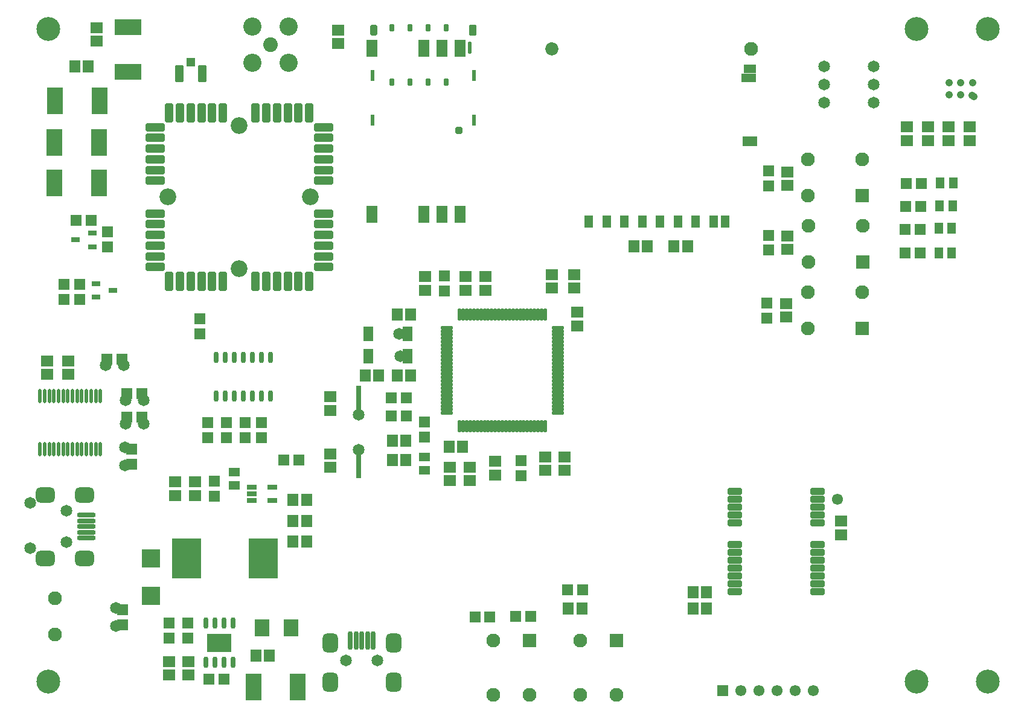
<source format=gts>
G04 Layer_Color=8388736*
%FSLAX44Y44*%
%MOMM*%
G71*
G01*
G75*
%ADD78R,1.6000X1.5000*%
%ADD79R,1.5000X1.6000*%
G04:AMPARAMS|DCode=80|XSize=2.15mm|YSize=2.65mm|CornerRadius=0.575mm|HoleSize=0mm|Usage=FLASHONLY|Rotation=0.000|XOffset=0mm|YOffset=0mm|HoleType=Round|Shape=RoundedRectangle|*
%AMROUNDEDRECTD80*
21,1,2.1500,1.5000,0,0,0.0*
21,1,1.0000,2.6500,0,0,0.0*
1,1,1.1500,0.5000,-0.7500*
1,1,1.1500,-0.5000,-0.7500*
1,1,1.1500,-0.5000,0.7500*
1,1,1.1500,0.5000,0.7500*
%
%ADD80ROUNDEDRECTD80*%
%ADD81O,0.6500X2.6500*%
%ADD82R,1.1500X1.7500*%
%ADD83R,2.1500X1.3500*%
%ADD84R,1.7000X1.1500*%
%ADD85R,2.1500X1.1500*%
%ADD86R,3.7000X2.3000*%
%ADD87R,1.5500X1.7000*%
%ADD88R,1.7000X1.5500*%
%ADD89R,2.6000X2.5500*%
%ADD90R,2.3000X3.7000*%
%ADD91R,1.1500X1.5500*%
%ADD92R,2.1000X2.4000*%
%ADD93R,1.5500X1.1500*%
%ADD94R,4.1000X5.6500*%
%ADD95O,0.5000X1.8000*%
%ADD96O,1.8000X0.5000*%
G04:AMPARAMS|DCode=97|XSize=0.95mm|YSize=1.95mm|CornerRadius=0.175mm|HoleSize=0mm|Usage=FLASHONLY|Rotation=270.000|XOffset=0mm|YOffset=0mm|HoleType=Round|Shape=RoundedRectangle|*
%AMROUNDEDRECTD97*
21,1,0.9500,1.6000,0,0,270.0*
21,1,0.6000,1.9500,0,0,270.0*
1,1,0.3500,-0.8000,-0.3000*
1,1,0.3500,-0.8000,0.3000*
1,1,0.3500,0.8000,0.3000*
1,1,0.3500,0.8000,-0.3000*
%
%ADD97ROUNDEDRECTD97*%
%ADD98R,1.1500X0.7500*%
G04:AMPARAMS|DCode=99|XSize=2.65mm|YSize=1.15mm|CornerRadius=0.2mm|HoleSize=0mm|Usage=FLASHONLY|Rotation=90.000|XOffset=0mm|YOffset=0mm|HoleType=Round|Shape=RoundedRectangle|*
%AMROUNDEDRECTD99*
21,1,2.6500,0.7500,0,0,90.0*
21,1,2.2500,1.1500,0,0,90.0*
1,1,0.4000,0.3750,1.1250*
1,1,0.4000,0.3750,-1.1250*
1,1,0.4000,-0.3750,-1.1250*
1,1,0.4000,-0.3750,1.1250*
%
%ADD99ROUNDEDRECTD99*%
G04:AMPARAMS|DCode=100|XSize=2.65mm|YSize=1.15mm|CornerRadius=0.2mm|HoleSize=0mm|Usage=FLASHONLY|Rotation=180.000|XOffset=0mm|YOffset=0mm|HoleType=Round|Shape=RoundedRectangle|*
%AMROUNDEDRECTD100*
21,1,2.6500,0.7500,0,0,180.0*
21,1,2.2500,1.1500,0,0,180.0*
1,1,0.4000,-1.1250,0.3750*
1,1,0.4000,1.1250,0.3750*
1,1,0.4000,1.1250,-0.3750*
1,1,0.4000,-1.1250,-0.3750*
%
%ADD100ROUNDEDRECTD100*%
%ADD101C,2.3500*%
%ADD102O,0.7500X1.6000*%
%ADD103C,1.0600*%
%ADD104R,3.3500X2.6600*%
%ADD105R,1.3500X0.8000*%
G04:AMPARAMS|DCode=106|XSize=1.65mm|YSize=0.55mm|CornerRadius=0.125mm|HoleSize=0mm|Usage=FLASHONLY|Rotation=90.000|XOffset=0mm|YOffset=0mm|HoleType=Round|Shape=RoundedRectangle|*
%AMROUNDEDRECTD106*
21,1,1.6500,0.3000,0,0,90.0*
21,1,1.4000,0.5500,0,0,90.0*
1,1,0.2500,0.1500,0.7000*
1,1,0.2500,0.1500,-0.7000*
1,1,0.2500,-0.1500,-0.7000*
1,1,0.2500,-0.1500,0.7000*
%
%ADD106ROUNDEDRECTD106*%
G04:AMPARAMS|DCode=107|XSize=0.95mm|YSize=0.95mm|CornerRadius=0.175mm|HoleSize=0mm|Usage=FLASHONLY|Rotation=90.000|XOffset=0mm|YOffset=0mm|HoleType=Round|Shape=RoundedRectangle|*
%AMROUNDEDRECTD107*
21,1,0.9500,0.6000,0,0,90.0*
21,1,0.6000,0.9500,0,0,90.0*
1,1,0.3500,0.3000,0.3000*
1,1,0.3500,0.3000,-0.3000*
1,1,0.3500,-0.3000,-0.3000*
1,1,0.3500,-0.3000,0.3000*
%
%ADD107ROUNDEDRECTD107*%
G04:AMPARAMS|DCode=108|XSize=1.55mm|YSize=1.02mm|CornerRadius=0.1838mm|HoleSize=0mm|Usage=FLASHONLY|Rotation=90.000|XOffset=0mm|YOffset=0mm|HoleType=Round|Shape=RoundedRectangle|*
%AMROUNDEDRECTD108*
21,1,1.5500,0.6525,0,0,90.0*
21,1,1.1825,1.0200,0,0,90.0*
1,1,0.3675,0.3262,0.5913*
1,1,0.3675,0.3262,-0.5913*
1,1,0.3675,-0.3262,-0.5913*
1,1,0.3675,-0.3262,0.5913*
%
%ADD108ROUNDEDRECTD108*%
G04:AMPARAMS|DCode=109|XSize=1.55mm|YSize=0.57mm|CornerRadius=0.1275mm|HoleSize=0mm|Usage=FLASHONLY|Rotation=90.000|XOffset=0mm|YOffset=0mm|HoleType=Round|Shape=RoundedRectangle|*
%AMROUNDEDRECTD109*
21,1,1.5500,0.3150,0,0,90.0*
21,1,1.2950,0.5700,0,0,90.0*
1,1,0.2550,0.1575,0.6475*
1,1,0.2550,0.1575,-0.6475*
1,1,0.2550,-0.1575,-0.6475*
1,1,0.2550,-0.1575,0.6475*
%
%ADD109ROUNDEDRECTD109*%
G04:AMPARAMS|DCode=110|XSize=1.55mm|YSize=0.95mm|CornerRadius=0.175mm|HoleSize=0mm|Usage=FLASHONLY|Rotation=90.000|XOffset=0mm|YOffset=0mm|HoleType=Round|Shape=RoundedRectangle|*
%AMROUNDEDRECTD110*
21,1,1.5500,0.6000,0,0,90.0*
21,1,1.2000,0.9500,0,0,90.0*
1,1,0.3500,0.3000,0.6000*
1,1,0.3500,0.3000,-0.6000*
1,1,0.3500,-0.3000,-0.6000*
1,1,0.3500,-0.3000,0.6000*
%
%ADD110ROUNDEDRECTD110*%
G04:AMPARAMS|DCode=111|XSize=0.75mm|YSize=0.95mm|CornerRadius=0.15mm|HoleSize=0mm|Usage=FLASHONLY|Rotation=180.000|XOffset=0mm|YOffset=0mm|HoleType=Round|Shape=RoundedRectangle|*
%AMROUNDEDRECTD111*
21,1,0.7500,0.6500,0,0,180.0*
21,1,0.4500,0.9500,0,0,180.0*
1,1,0.3000,-0.2250,0.3250*
1,1,0.3000,0.2250,0.3250*
1,1,0.3000,0.2250,-0.3250*
1,1,0.3000,-0.2250,-0.3250*
%
%ADD111ROUNDEDRECTD111*%
%ADD112O,2.6500X0.6500*%
G04:AMPARAMS|DCode=113|XSize=2.15mm|YSize=2.65mm|CornerRadius=0.575mm|HoleSize=0mm|Usage=FLASHONLY|Rotation=270.000|XOffset=0mm|YOffset=0mm|HoleType=Round|Shape=RoundedRectangle|*
%AMROUNDEDRECTD113*
21,1,2.1500,1.5000,0,0,270.0*
21,1,1.0000,2.6500,0,0,270.0*
1,1,1.1500,-0.7500,-0.5000*
1,1,1.1500,-0.7500,0.5000*
1,1,1.1500,0.7500,0.5000*
1,1,1.1500,0.7500,-0.5000*
%
%ADD113ROUNDEDRECTD113*%
%ADD114R,1.4500X2.0500*%
%ADD115O,0.4500X2.0000*%
%ADD116R,0.8000X4.1500*%
G04:AMPARAMS|DCode=117|XSize=1.2mm|YSize=2.35mm|CornerRadius=0.1275mm|HoleSize=0mm|Usage=FLASHONLY|Rotation=180.000|XOffset=0mm|YOffset=0mm|HoleType=Round|Shape=RoundedRectangle|*
%AMROUNDEDRECTD117*
21,1,1.2000,2.0950,0,0,180.0*
21,1,0.9450,2.3500,0,0,180.0*
1,1,0.2550,-0.4725,1.0475*
1,1,0.2550,0.4725,1.0475*
1,1,0.2550,0.4725,-1.0475*
1,1,0.2550,-0.4725,-1.0475*
%
%ADD117ROUNDEDRECTD117*%
G04:AMPARAMS|DCode=118|XSize=1.25mm|YSize=1.25mm|CornerRadius=0.185mm|HoleSize=0mm|Usage=FLASHONLY|Rotation=180.000|XOffset=0mm|YOffset=0mm|HoleType=Round|Shape=RoundedRectangle|*
%AMROUNDEDRECTD118*
21,1,1.2500,0.8800,0,0,180.0*
21,1,0.8800,1.2500,0,0,180.0*
1,1,0.3700,-0.4400,0.4400*
1,1,0.3700,0.4400,0.4400*
1,1,0.3700,0.4400,-0.4400*
1,1,0.3700,-0.4400,-0.4400*
%
%ADD118ROUNDEDRECTD118*%
%ADD119R,1.5500X2.4500*%
%ADD120C,1.6500*%
%ADD121C,1.8500*%
%ADD122C,1.9500*%
%ADD123C,3.3500*%
%ADD124R,1.9500X1.9500*%
%ADD125C,1.5500*%
%ADD126R,1.5500X1.5500*%
%ADD127C,2.5500*%
%ADD128C,2.0500*%
%ADD129R,1.9500X1.9500*%
D78*
X1558000Y977500D02*
D03*
Y998500D02*
D03*
X1545000Y773500D02*
D03*
Y752500D02*
D03*
X2449000Y1203500D02*
D03*
Y1182500D02*
D03*
X1997000Y1241500D02*
D03*
Y1220500D02*
D03*
X2451000Y1298500D02*
D03*
Y1277500D02*
D03*
X2451000Y1388500D02*
D03*
Y1367500D02*
D03*
X1969000Y1036500D02*
D03*
Y1015500D02*
D03*
X2104000Y982500D02*
D03*
Y961500D02*
D03*
X1524000Y1303500D02*
D03*
Y1282500D02*
D03*
X1691000Y1014500D02*
D03*
Y1035500D02*
D03*
X1665000Y1035500D02*
D03*
Y1014500D02*
D03*
X1654000Y1160500D02*
D03*
Y1181500D02*
D03*
X1717000Y1035500D02*
D03*
Y1014500D02*
D03*
X1740000D02*
D03*
Y1035500D02*
D03*
X1485000Y1208500D02*
D03*
Y1229500D02*
D03*
X1463000D02*
D03*
Y1208500D02*
D03*
X1611000Y754500D02*
D03*
Y733500D02*
D03*
X1637000Y754500D02*
D03*
Y733500D02*
D03*
X1674000Y953500D02*
D03*
Y932500D02*
D03*
D79*
X1544500Y1125000D02*
D03*
X1523500D02*
D03*
X1551500Y1043000D02*
D03*
X1572500D02*
D03*
X2096500Y764000D02*
D03*
X2117500D02*
D03*
X1551500Y1076000D02*
D03*
X1572500D02*
D03*
X1943500Y1070500D02*
D03*
X1922500D02*
D03*
Y1045000D02*
D03*
X1943500D02*
D03*
X2169500Y801000D02*
D03*
X2190500D02*
D03*
X2642500Y1274000D02*
D03*
X2663500D02*
D03*
X2663500Y1307000D02*
D03*
X2642500D02*
D03*
X2643500Y1339000D02*
D03*
X2664500D02*
D03*
X2644500Y1371000D02*
D03*
X2665500D02*
D03*
X1771500Y983000D02*
D03*
X1792500D02*
D03*
X1480500Y1319000D02*
D03*
X1501500D02*
D03*
X1687500Y676000D02*
D03*
X1666500D02*
D03*
X2039500Y763000D02*
D03*
X2060500D02*
D03*
D80*
X1925500Y672000D02*
D03*
X1836500D02*
D03*
X1925500Y727000D02*
D03*
X1836500D02*
D03*
D81*
X1865000Y730000D02*
D03*
X1873000D02*
D03*
X1881000D02*
D03*
X1889000D02*
D03*
X1897000D02*
D03*
D82*
X2199200Y1318000D02*
D03*
X2390800D02*
D03*
X2374300D02*
D03*
X2349300D02*
D03*
X2324300D02*
D03*
X2299300D02*
D03*
X2274200D02*
D03*
X2249200D02*
D03*
X2224200D02*
D03*
D83*
X2425000Y1430000D02*
D03*
D84*
Y1532000D02*
D03*
D85*
X2423000Y1519000D02*
D03*
D86*
X1553000Y1528000D02*
D03*
Y1590000D02*
D03*
D87*
X2318500Y1283000D02*
D03*
X2337500D02*
D03*
X2281500D02*
D03*
X2262500D02*
D03*
X2170500Y775000D02*
D03*
X2189500D02*
D03*
X1885500Y1102000D02*
D03*
X1904500D02*
D03*
X2022500Y1002000D02*
D03*
X2003500D02*
D03*
X1923500Y983000D02*
D03*
X1942500D02*
D03*
X1923500Y1010000D02*
D03*
X1942500D02*
D03*
X1930500Y1187000D02*
D03*
X1949500D02*
D03*
X1930500Y1102000D02*
D03*
X1949500D02*
D03*
X2345500Y775000D02*
D03*
X2364500D02*
D03*
X2345500Y798000D02*
D03*
X2364500D02*
D03*
X1803500Y869000D02*
D03*
X1784500D02*
D03*
X1803500Y898000D02*
D03*
X1784500D02*
D03*
X1803500Y927000D02*
D03*
X1784500D02*
D03*
X1751500Y709000D02*
D03*
X1732500D02*
D03*
X1478500Y1535000D02*
D03*
X1497500D02*
D03*
D88*
X2476000Y1183500D02*
D03*
Y1202500D02*
D03*
X2478000Y1368500D02*
D03*
Y1387500D02*
D03*
X1836500Y992000D02*
D03*
Y973000D02*
D03*
X2165000Y968500D02*
D03*
Y987500D02*
D03*
X2183000Y1190500D02*
D03*
Y1171500D02*
D03*
X2026000Y1240500D02*
D03*
Y1221500D02*
D03*
X2068000Y962500D02*
D03*
Y981500D02*
D03*
X2054000Y1240500D02*
D03*
Y1221500D02*
D03*
X2147000Y1243500D02*
D03*
Y1224500D02*
D03*
X2179000Y1243500D02*
D03*
Y1224500D02*
D03*
X2138000Y968500D02*
D03*
Y987500D02*
D03*
X2004000Y973500D02*
D03*
Y954500D02*
D03*
X2032000Y973500D02*
D03*
Y954500D02*
D03*
X1970000Y1240500D02*
D03*
Y1221500D02*
D03*
X2553000Y878500D02*
D03*
Y897500D02*
D03*
X2645000Y1431500D02*
D03*
Y1450500D02*
D03*
X1638000Y681500D02*
D03*
Y700500D02*
D03*
X1611000Y681500D02*
D03*
Y700500D02*
D03*
X1440000Y1122500D02*
D03*
Y1103500D02*
D03*
X1848000Y1567500D02*
D03*
Y1586500D02*
D03*
X1509000Y1589500D02*
D03*
Y1570500D02*
D03*
X1469000Y1122500D02*
D03*
Y1103500D02*
D03*
X1619000Y952500D02*
D03*
Y933500D02*
D03*
X1647000Y952500D02*
D03*
Y933500D02*
D03*
X1836500Y1053000D02*
D03*
Y1072000D02*
D03*
X2675000Y1431500D02*
D03*
Y1450500D02*
D03*
X2704000Y1431500D02*
D03*
Y1450500D02*
D03*
X2733000Y1431500D02*
D03*
Y1450500D02*
D03*
X2478000Y1278500D02*
D03*
Y1297500D02*
D03*
D89*
X1585000Y845000D02*
D03*
Y793000D02*
D03*
D90*
X1791000Y665000D02*
D03*
X1729000D02*
D03*
X1513000Y1487000D02*
D03*
X1451000D02*
D03*
X1512000Y1429000D02*
D03*
X1450000D02*
D03*
X1512000Y1372000D02*
D03*
X1450000D02*
D03*
D91*
X2708250Y1274000D02*
D03*
X2689750D02*
D03*
X2689750Y1308000D02*
D03*
X2708250D02*
D03*
X2709250Y1340000D02*
D03*
X2690750D02*
D03*
X2691750Y1372000D02*
D03*
X2710250D02*
D03*
D92*
X1781250Y748000D02*
D03*
X1740750D02*
D03*
D93*
X1702000Y966250D02*
D03*
Y947750D02*
D03*
X1969000Y987250D02*
D03*
Y968750D02*
D03*
D94*
X1635250Y845000D02*
D03*
X1742750D02*
D03*
D95*
X2018000Y1187250D02*
D03*
X2023000D02*
D03*
X2028000D02*
D03*
X2033000D02*
D03*
X2038000D02*
D03*
X2043000D02*
D03*
X2048000D02*
D03*
X2053000D02*
D03*
X2058000D02*
D03*
X2063000D02*
D03*
X2068000D02*
D03*
X2073000D02*
D03*
X2078000D02*
D03*
X2083000D02*
D03*
X2088000D02*
D03*
X2093000D02*
D03*
X2098000D02*
D03*
X2103000D02*
D03*
X2108000D02*
D03*
X2113000D02*
D03*
X2118000D02*
D03*
X2123000D02*
D03*
X2128000D02*
D03*
X2133000D02*
D03*
X2138000D02*
D03*
Y1030750D02*
D03*
X2133000D02*
D03*
X2128000D02*
D03*
X2123000D02*
D03*
X2118000D02*
D03*
X2113000D02*
D03*
X2108000D02*
D03*
X2103000D02*
D03*
X2098000D02*
D03*
X2093000D02*
D03*
X2088000D02*
D03*
X2083000D02*
D03*
X2078000D02*
D03*
X2073000D02*
D03*
X2068000D02*
D03*
X2063000D02*
D03*
X2058000D02*
D03*
X2053000D02*
D03*
X2048000D02*
D03*
X2043000D02*
D03*
X2038000D02*
D03*
X2033000D02*
D03*
X2028000D02*
D03*
X2023000D02*
D03*
X2018000D02*
D03*
D96*
X2156250Y1169000D02*
D03*
Y1164000D02*
D03*
Y1159000D02*
D03*
Y1154000D02*
D03*
Y1149000D02*
D03*
Y1144000D02*
D03*
Y1139000D02*
D03*
Y1134000D02*
D03*
Y1129000D02*
D03*
Y1124000D02*
D03*
Y1119000D02*
D03*
Y1114000D02*
D03*
Y1109000D02*
D03*
Y1104000D02*
D03*
Y1099000D02*
D03*
Y1094000D02*
D03*
Y1089000D02*
D03*
Y1084000D02*
D03*
Y1079000D02*
D03*
Y1074000D02*
D03*
Y1069000D02*
D03*
Y1064000D02*
D03*
Y1059000D02*
D03*
Y1054000D02*
D03*
Y1049000D02*
D03*
X1999750D02*
D03*
Y1054000D02*
D03*
Y1059000D02*
D03*
Y1064000D02*
D03*
Y1069000D02*
D03*
Y1074000D02*
D03*
Y1079000D02*
D03*
Y1084000D02*
D03*
Y1089000D02*
D03*
Y1094000D02*
D03*
Y1099000D02*
D03*
Y1104000D02*
D03*
Y1109000D02*
D03*
Y1114000D02*
D03*
Y1119000D02*
D03*
Y1124000D02*
D03*
Y1129000D02*
D03*
Y1134000D02*
D03*
Y1139000D02*
D03*
Y1144000D02*
D03*
Y1149000D02*
D03*
Y1154000D02*
D03*
Y1159000D02*
D03*
Y1164000D02*
D03*
Y1169000D02*
D03*
D97*
X2520000Y799000D02*
D03*
Y810000D02*
D03*
Y821000D02*
D03*
Y832000D02*
D03*
Y843000D02*
D03*
Y854000D02*
D03*
Y865000D02*
D03*
Y895000D02*
D03*
Y906000D02*
D03*
Y917000D02*
D03*
Y928000D02*
D03*
Y939000D02*
D03*
X2404000D02*
D03*
Y928000D02*
D03*
Y917000D02*
D03*
Y906000D02*
D03*
Y895000D02*
D03*
Y865000D02*
D03*
Y854000D02*
D03*
Y843000D02*
D03*
Y832000D02*
D03*
Y821000D02*
D03*
Y810000D02*
D03*
Y799000D02*
D03*
D98*
X1503000Y1282500D02*
D03*
Y1301500D02*
D03*
X1479000Y1292000D02*
D03*
X1508000Y1230500D02*
D03*
Y1211500D02*
D03*
X1532000Y1221000D02*
D03*
D99*
X1807000Y1470000D02*
D03*
X1792000D02*
D03*
X1777000D02*
D03*
X1762000D02*
D03*
X1747000D02*
D03*
X1732000D02*
D03*
X1686000D02*
D03*
X1671000D02*
D03*
X1656000D02*
D03*
X1641000D02*
D03*
X1626000D02*
D03*
X1611000D02*
D03*
X1807000Y1234000D02*
D03*
X1792000D02*
D03*
X1777000D02*
D03*
X1762000D02*
D03*
X1747000D02*
D03*
X1732000D02*
D03*
X1686000D02*
D03*
X1671000D02*
D03*
X1656000D02*
D03*
X1641000D02*
D03*
X1626000D02*
D03*
X1611000D02*
D03*
D100*
X1827000Y1450000D02*
D03*
Y1435000D02*
D03*
Y1420000D02*
D03*
Y1405000D02*
D03*
Y1390000D02*
D03*
Y1375000D02*
D03*
Y1329000D02*
D03*
Y1314000D02*
D03*
Y1299000D02*
D03*
Y1284000D02*
D03*
Y1269000D02*
D03*
Y1254000D02*
D03*
X1591000D02*
D03*
Y1269000D02*
D03*
Y1284000D02*
D03*
Y1299000D02*
D03*
Y1314000D02*
D03*
Y1329000D02*
D03*
Y1375000D02*
D03*
Y1390000D02*
D03*
Y1405000D02*
D03*
Y1420000D02*
D03*
Y1435000D02*
D03*
Y1450000D02*
D03*
D101*
X1609000Y1352000D02*
D03*
X1709000Y1252000D02*
D03*
X1809000Y1352000D02*
D03*
X1709000Y1452000D02*
D03*
D102*
X1676900Y1072750D02*
D03*
X1689600D02*
D03*
X1702300D02*
D03*
X1715000D02*
D03*
X1727700D02*
D03*
X1740400D02*
D03*
X1753100D02*
D03*
X1676900Y1127250D02*
D03*
X1689600D02*
D03*
X1702300D02*
D03*
X1715000D02*
D03*
X1727700D02*
D03*
X1740400D02*
D03*
X1753100D02*
D03*
X1700050Y754250D02*
D03*
X1687350D02*
D03*
X1674650D02*
D03*
X1661950D02*
D03*
X1700050Y699750D02*
D03*
X1687350D02*
D03*
X1674650D02*
D03*
X1661950D02*
D03*
D103*
X2737500Y1512250D02*
D03*
X2737000Y1495000D02*
D03*
X2721000Y1512250D02*
D03*
Y1495750D02*
D03*
X2704500Y1512250D02*
D03*
Y1495750D02*
D03*
X2739000Y1493000D02*
D03*
D104*
X1681000Y727000D02*
D03*
D105*
X1755750Y945500D02*
D03*
Y926500D02*
D03*
X1726250D02*
D03*
Y936000D02*
D03*
Y945500D02*
D03*
D106*
X2032200Y1561200D02*
D03*
D107*
X2016600Y1445900D02*
D03*
D108*
X2036300Y1585900D02*
D03*
D109*
X2038000Y1522400D02*
D03*
Y1459800D02*
D03*
X1895700D02*
D03*
Y1522400D02*
D03*
D110*
X1897300Y1585900D02*
D03*
D111*
X1999200Y1589200D02*
D03*
X1973800D02*
D03*
X1948400D02*
D03*
X1923000D02*
D03*
X1999200Y1513000D02*
D03*
X1973800D02*
D03*
X1948400D02*
D03*
X1923000D02*
D03*
D112*
X1495000Y874000D02*
D03*
Y882000D02*
D03*
Y890000D02*
D03*
Y898000D02*
D03*
Y906000D02*
D03*
D113*
X1492000Y934500D02*
D03*
Y845500D02*
D03*
X1437000Y934500D02*
D03*
Y845500D02*
D03*
D114*
X1890000Y1128500D02*
D03*
X1945000D02*
D03*
X1890000Y1160500D02*
D03*
X1945000D02*
D03*
D115*
X1429750Y998750D02*
D03*
X1436250D02*
D03*
X1442750D02*
D03*
X1449250D02*
D03*
X1455750D02*
D03*
X1462250D02*
D03*
X1468750D02*
D03*
X1475250D02*
D03*
X1481750D02*
D03*
X1488250D02*
D03*
X1494750D02*
D03*
X1501250D02*
D03*
X1507750D02*
D03*
X1514250D02*
D03*
X1429750Y1073250D02*
D03*
X1436250D02*
D03*
X1442750D02*
D03*
X1449250D02*
D03*
X1455750D02*
D03*
X1462250D02*
D03*
X1468750D02*
D03*
X1475250D02*
D03*
X1481750D02*
D03*
X1488250D02*
D03*
X1494750D02*
D03*
X1501250D02*
D03*
X1507750D02*
D03*
X1514250D02*
D03*
D116*
X1876500Y978000D02*
D03*
Y1067000D02*
D03*
D117*
X1625000Y1525000D02*
D03*
X1657000D02*
D03*
D118*
X1641000Y1541000D02*
D03*
D119*
X1895000Y1561000D02*
D03*
X1968200D02*
D03*
X1993600D02*
D03*
X2019000D02*
D03*
X1895000Y1327870D02*
D03*
X1968200D02*
D03*
X1993600D02*
D03*
X2019000D02*
D03*
D120*
X1549110Y975300D02*
D03*
Y1000700D02*
D03*
X1546700Y1116110D02*
D03*
X1521300D02*
D03*
X1903000Y702000D02*
D03*
X1859000D02*
D03*
X1416000Y859250D02*
D03*
Y922750D02*
D03*
X1536110Y775700D02*
D03*
Y750300D02*
D03*
X1549300Y1034110D02*
D03*
X1574700D02*
D03*
X1549300Y1067110D02*
D03*
X1574700D02*
D03*
X1467000Y912000D02*
D03*
Y868000D02*
D03*
X1934500Y1128500D02*
D03*
X1933500Y1160500D02*
D03*
X1876500Y1047000D02*
D03*
Y998000D02*
D03*
X2599000Y1535000D02*
D03*
Y1509600D02*
D03*
Y1484200D02*
D03*
X2529000D02*
D03*
Y1509600D02*
D03*
Y1535000D02*
D03*
D121*
X2147000Y1560000D02*
D03*
D122*
X2427000D02*
D03*
X2116000Y653800D02*
D03*
X2065200D02*
D03*
Y730000D02*
D03*
X2187200D02*
D03*
Y653800D02*
D03*
X2238000D02*
D03*
X1451000Y738200D02*
D03*
Y789000D02*
D03*
X2583170Y1311870D02*
D03*
X2506970D02*
D03*
Y1261070D02*
D03*
X2505970Y1167820D02*
D03*
Y1218620D02*
D03*
X2582170D02*
D03*
X2506800Y1354000D02*
D03*
Y1404800D02*
D03*
X2583000D02*
D03*
D123*
X2659000Y672500D02*
D03*
Y1587500D02*
D03*
X1441000Y672500D02*
D03*
X2759000D02*
D03*
Y1587500D02*
D03*
X1441000D02*
D03*
D124*
X2116000Y730000D02*
D03*
X2238000D02*
D03*
D125*
X2514000Y660000D02*
D03*
X2488600D02*
D03*
X2463200D02*
D03*
X2412400D02*
D03*
X2437800D02*
D03*
X2548000Y928000D02*
D03*
D126*
X2387000Y660000D02*
D03*
D127*
X1778400Y1540600D02*
D03*
Y1591400D02*
D03*
X1727600D02*
D03*
Y1540600D02*
D03*
D128*
X1753000Y1566000D02*
D03*
D129*
X2583170Y1261070D02*
D03*
X2582170Y1167820D02*
D03*
X2583000Y1354000D02*
D03*
M02*

</source>
